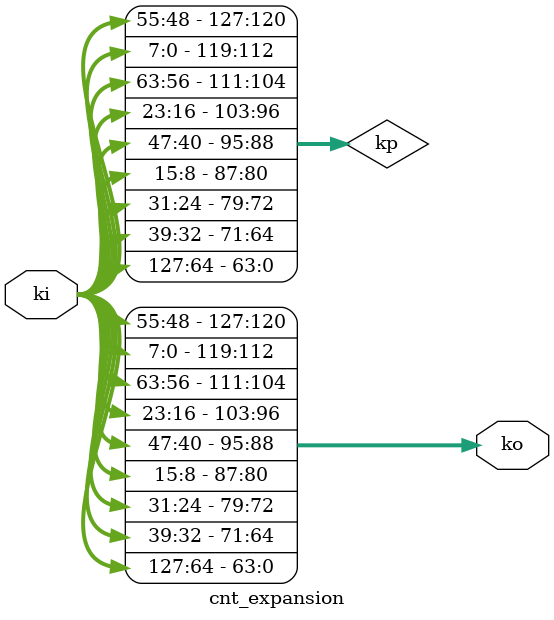
<source format=v>
module cnt_expansion (/*AUTOARG*/
   // Outputs
   ko,
   // Inputs
   ki
   ) ;
   output [127:0] ko;
   input  [127:0] ki;

   wire [127:0]   kp;

   assign kp[127:120] = ki[ 55: 48];
   assign kp[119:112] = ki[  7:  0];
   assign kp[111:104] = ki[ 63: 56];
   assign kp[103: 96] = ki[ 23: 16];
   assign kp[ 95: 88] = ki[ 47: 40];
   assign kp[ 87: 80] = ki[ 15:  8];
   assign kp[ 79: 72] = ki[ 31: 24];
   assign kp[ 71: 64] = ki[ 39: 32];
   assign kp[ 63: 56] = ki[127:120];
   assign kp[ 55: 48] = ki[119:112];
   assign kp[ 47: 40] = ki[111:104];
   assign kp[ 39: 32] = ki[103: 96];
   assign kp[ 31: 24] = ki[ 95: 88];
   assign kp[ 23: 16] = ki[ 87: 80];
   assign kp[ 15:  8] = ki[ 79: 72];
   assign kp[  7:  0] = ki[ 71: 64];

   assign ko = kp;
   
endmodule // cnt_expansion



</source>
